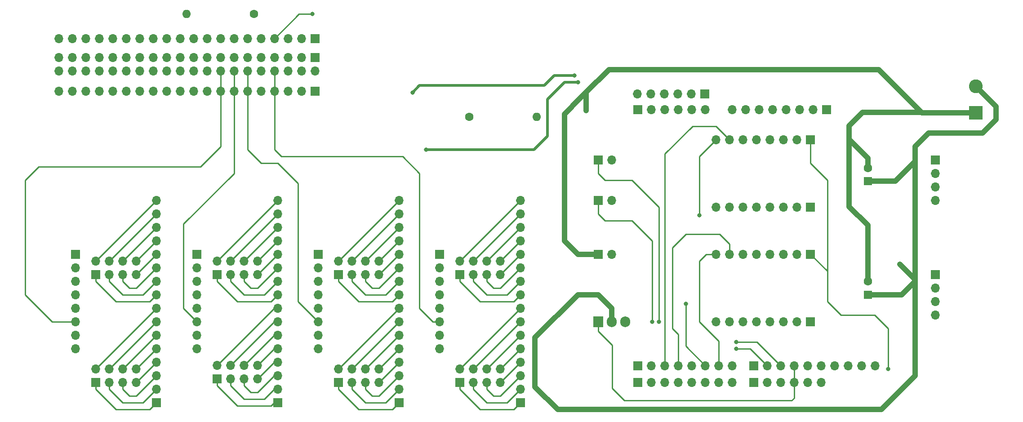
<source format=gbr>
%TF.GenerationSoftware,KiCad,Pcbnew,(6.0.10)*%
%TF.CreationDate,2025-04-13T20:47:06+02:00*%
%TF.ProjectId,pcb_shield,7063625f-7368-4696-956c-642e6b696361,1.0*%
%TF.SameCoordinates,Original*%
%TF.FileFunction,Copper,L2,Bot*%
%TF.FilePolarity,Positive*%
%FSLAX46Y46*%
G04 Gerber Fmt 4.6, Leading zero omitted, Abs format (unit mm)*
G04 Created by KiCad (PCBNEW (6.0.10)) date 2025-04-13 20:47:06*
%MOMM*%
%LPD*%
G01*
G04 APERTURE LIST*
%TA.AperFunction,ComponentPad*%
%ADD10C,1.600000*%
%TD*%
%TA.AperFunction,ComponentPad*%
%ADD11O,1.600000X1.600000*%
%TD*%
%TA.AperFunction,ComponentPad*%
%ADD12R,1.700000X1.700000*%
%TD*%
%TA.AperFunction,ComponentPad*%
%ADD13O,1.700000X1.700000*%
%TD*%
%TA.AperFunction,ComponentPad*%
%ADD14R,2.600000X2.600000*%
%TD*%
%TA.AperFunction,ComponentPad*%
%ADD15C,2.600000*%
%TD*%
%TA.AperFunction,ComponentPad*%
%ADD16R,1.600000X1.600000*%
%TD*%
%TA.AperFunction,ComponentPad*%
%ADD17R,1.905000X2.000000*%
%TD*%
%TA.AperFunction,ComponentPad*%
%ADD18O,1.905000X2.000000*%
%TD*%
%TA.AperFunction,ViaPad*%
%ADD19C,0.800000*%
%TD*%
%TA.AperFunction,Conductor*%
%ADD20C,0.250000*%
%TD*%
%TA.AperFunction,Conductor*%
%ADD21C,0.500000*%
%TD*%
%TA.AperFunction,Conductor*%
%ADD22C,1.000000*%
%TD*%
G04 APERTURE END LIST*
D10*
%TO.P,R2,1*%
%TO.N,/18 RXD*%
X148428000Y-71893000D03*
D11*
%TO.P,R2,2*%
X161128000Y-71893000D03*
%TD*%
D10*
%TO.P,R1,1*%
%TO.N,/18 RXD*%
X107858000Y-52553000D03*
D11*
%TO.P,R1,2*%
%TO.N,Net-(A1-Pad27)*%
X95158000Y-52553000D03*
%TD*%
D12*
%TO.P,A2.3,1,Pin_1*%
%TO.N,unconnected-(A2.3-Pad1)*%
X215748000Y-70523000D03*
D13*
%TO.P,A2.3,2,Pin_2*%
%TO.N,unconnected-(A2.3-Pad2)*%
X213208000Y-70523000D03*
%TO.P,A2.3,3,Pin_3*%
%TO.N,unconnected-(A2.3-Pad3)*%
X210668000Y-70523000D03*
%TO.P,A2.3,4,Pin_4*%
%TO.N,unconnected-(A2.3-Pad4)*%
X208128000Y-70523000D03*
%TO.P,A2.3,5,Pin_5*%
%TO.N,5V*%
X205588000Y-70523000D03*
%TO.P,A2.3,6,Pin_6*%
%TO.N,GND*%
X203048000Y-70523000D03*
%TO.P,A2.3,7,Pin_7*%
%TO.N,Net-(A2.3-Pad7)*%
X200508000Y-70523000D03*
%TO.P,A2.3,8,Pin_8*%
%TO.N,unconnected-(A2.3-Pad8)*%
X197968000Y-70523000D03*
%TD*%
D12*
%TO.P,A2.4,1,Pin_1*%
%TO.N,Net-(J19-Pad6)*%
X180188000Y-70513000D03*
D13*
%TO.P,A2.4,2,Pin_2*%
%TO.N,Net-(J19-Pad5)*%
X182728000Y-70513000D03*
%TO.P,A2.4,3,Pin_3*%
%TO.N,Net-(J19-Pad4)*%
X185268000Y-70513000D03*
%TO.P,A2.4,4,Pin_4*%
%TO.N,Net-(J19-Pad3)*%
X187808000Y-70513000D03*
%TO.P,A2.4,5,Pin_5*%
%TO.N,Net-(J19-Pad2)*%
X190348000Y-70513000D03*
%TO.P,A2.4,6,Pin_6*%
%TO.N,Net-(J19-Pad1)*%
X192888000Y-70513000D03*
%TD*%
D12*
%TO.P,A2.2,1,Pin_1*%
%TO.N,Net-(A3.2-Pad1)*%
X202028000Y-118783000D03*
D13*
%TO.P,A2.2,2,Pin_2*%
%TO.N,Net-(J12-Pad1)*%
X204568000Y-118783000D03*
%TO.P,A2.2,3,Pin_3*%
%TO.N,Net-(J13-Pad1)*%
X207108000Y-118783000D03*
%TO.P,A2.2,4,Pin_4*%
%TO.N,Net-(J18-Pad4)*%
X209648000Y-118783000D03*
%TO.P,A2.2,5,Pin_5*%
%TO.N,Net-(J18-Pad5)*%
X212188000Y-118783000D03*
%TO.P,A2.2,6,Pin_6*%
%TO.N,Net-(J18-Pad6)*%
X214728000Y-118783000D03*
%TO.P,A2.2,7,Pin_7*%
%TO.N,unconnected-(A2.2-Pad7)*%
X217268000Y-118783000D03*
%TO.P,A2.2,8,Pin_8*%
%TO.N,unconnected-(A2.2-Pad8)*%
X219808000Y-118783000D03*
%TO.P,A2.2,9,Pin_9*%
%TO.N,unconnected-(A2.2-Pad9)*%
X222348000Y-118783000D03*
%TO.P,A2.2,10,Pin_10*%
%TO.N,unconnected-(A2.2-Pad10)*%
X224888000Y-118783000D03*
%TD*%
D12*
%TO.P,A2.1,1,Pin_1*%
%TO.N,/14 TXD*%
X180188000Y-118783000D03*
D13*
%TO.P,A2.1,2,Pin_2*%
%TO.N,/18 RXD*%
X182728000Y-118783000D03*
%TO.P,A2.1,3,Pin_3*%
%TO.N,Net-(A3.2-Pad7)*%
X185268000Y-118783000D03*
%TO.P,A2.1,4,Pin_4*%
%TO.N,Net-(A4.2-Pad7)*%
X187808000Y-118783000D03*
%TO.P,A2.1,5,Pin_5*%
%TO.N,Net-(J17-Pad5)*%
X190348000Y-118783000D03*
%TO.P,A2.1,6,Pin_6*%
%TO.N,Net-(A3.2-Pad8)*%
X192888000Y-118783000D03*
%TO.P,A2.1,7,Pin_7*%
%TO.N,Net-(A4.2-Pad8)*%
X195428000Y-118783000D03*
%TO.P,A2.1,8,Pin_8*%
%TO.N,Net-(J17-Pad8)*%
X197968000Y-118783000D03*
%TD*%
D12*
%TO.P,A4.2,1,Pin_1*%
%TO.N,Net-(A3.2-Pad1)*%
X212728000Y-97783000D03*
D13*
%TO.P,A4.2,2,Pin_2*%
%TO.N,unconnected-(A4.2-Pad2)*%
X210188000Y-97783000D03*
%TO.P,A4.2,3,Pin_3*%
%TO.N,unconnected-(A4.2-Pad3)*%
X207648000Y-97783000D03*
%TO.P,A4.2,4,Pin_4*%
%TO.N,unconnected-(A4.2-Pad4)*%
X205108000Y-97783000D03*
%TO.P,A4.2,5,Pin_5*%
%TO.N,unconnected-(A4.2-Pad5)*%
X202568000Y-97783000D03*
%TO.P,A4.2,6,Pin_6*%
%TO.N,unconnected-(A4.2-Pad6)*%
X200028000Y-97783000D03*
%TO.P,A4.2,7,Pin_7*%
%TO.N,Net-(A4.2-Pad7)*%
X197488000Y-97783000D03*
%TO.P,A4.2,8,Pin_8*%
%TO.N,Net-(A4.2-Pad8)*%
X194948000Y-97783000D03*
%TD*%
D12*
%TO.P,A4.1,1,Pin_1*%
%TO.N,Net-(A3.1-Pad1)*%
X212718000Y-110483000D03*
D13*
%TO.P,A4.1,2,Pin_2*%
%TO.N,Net-(A3.1-Pad2)*%
X210178000Y-110483000D03*
%TO.P,A4.1,3,Pin_3*%
%TO.N,Net-(J11-Pad4)*%
X207638000Y-110483000D03*
%TO.P,A4.1,4,Pin_4*%
%TO.N,Net-(J11-Pad3)*%
X205098000Y-110483000D03*
%TO.P,A4.1,5,Pin_5*%
%TO.N,Net-(J11-Pad2)*%
X202558000Y-110483000D03*
%TO.P,A4.1,6,Pin_6*%
%TO.N,Net-(J11-Pad1)*%
X200018000Y-110483000D03*
%TO.P,A4.1,7,Pin_7*%
%TO.N,5V*%
X197478000Y-110483000D03*
%TO.P,A4.1,8,Pin_8*%
%TO.N,Net-(A2.3-Pad7)*%
X194938000Y-110483000D03*
%TD*%
%TO.P,A3.2,8,Pin_8*%
%TO.N,Net-(A3.2-Pad8)*%
X194948000Y-76193000D03*
%TO.P,A3.2,7,Pin_7*%
%TO.N,Net-(A3.2-Pad7)*%
X197488000Y-76193000D03*
%TO.P,A3.2,6,Pin_6*%
%TO.N,unconnected-(A3.2-Pad6)*%
X200028000Y-76193000D03*
%TO.P,A3.2,5,Pin_5*%
%TO.N,unconnected-(A3.2-Pad5)*%
X202568000Y-76193000D03*
%TO.P,A3.2,4,Pin_4*%
%TO.N,unconnected-(A3.2-Pad4)*%
X205108000Y-76193000D03*
%TO.P,A3.2,3,Pin_3*%
%TO.N,unconnected-(A3.2-Pad3)*%
X207648000Y-76193000D03*
%TO.P,A3.2,2,Pin_2*%
%TO.N,unconnected-(A3.2-Pad2)*%
X210188000Y-76193000D03*
D12*
%TO.P,A3.2,1,Pin_1*%
%TO.N,Net-(A3.2-Pad1)*%
X212728000Y-76193000D03*
%TD*%
D13*
%TO.P,A3.1,8,Pin_8*%
%TO.N,Net-(A2.3-Pad7)*%
X194948000Y-88893000D03*
%TO.P,A3.1,7,Pin_7*%
%TO.N,5V*%
X197488000Y-88893000D03*
%TO.P,A3.1,6,Pin_6*%
%TO.N,Net-(A3.1-Pad6)*%
X200028000Y-88893000D03*
%TO.P,A3.1,5,Pin_5*%
%TO.N,Net-(A3.1-Pad5)*%
X202568000Y-88893000D03*
%TO.P,A3.1,4,Pin_4*%
%TO.N,Net-(A3.1-Pad4)*%
X205108000Y-88893000D03*
%TO.P,A3.1,3,Pin_3*%
%TO.N,Net-(A3.1-Pad3)*%
X207648000Y-88893000D03*
%TO.P,A3.1,2,Pin_2*%
%TO.N,Net-(A3.1-Pad2)*%
X210188000Y-88893000D03*
D12*
%TO.P,A3.1,1,Pin_1*%
%TO.N,Net-(A3.1-Pad1)*%
X212728000Y-88893000D03*
%TD*%
%TO.P,U4.2,1,Pin_1*%
%TO.N,Net-(A1-Pad15)*%
X142878000Y-97793000D03*
D13*
%TO.P,U4.2,2,Pin_2*%
%TO.N,Net-(A1-Pad16)*%
X142878000Y-100333000D03*
%TO.P,U4.2,3,Pin_3*%
%TO.N,Net-(A1-Pad17)*%
X142878000Y-102873000D03*
%TO.P,U4.2,4,Pin_4*%
%TO.N,Net-(A1-Pad18)*%
X142878000Y-105413000D03*
%TO.P,U4.2,5,Pin_5*%
%TO.N,Net-(A1-Pad19)*%
X142878000Y-107953000D03*
%TO.P,U4.2,6,Pin_6*%
%TO.N,Net-(A1-Pad4)*%
X142878000Y-110493000D03*
%TO.P,U4.2,7,Pin_7*%
%TO.N,5V*%
X142878000Y-113033000D03*
%TO.P,U4.2,8,Pin_8*%
%TO.N,Net-(A1-Pad20)*%
X142878000Y-115573000D03*
%TD*%
D12*
%TO.P,U4.1,1,Pin_1*%
%TO.N,Net-(J7-Pad1)*%
X158118000Y-125723000D03*
D13*
%TO.P,U4.1,2,Pin_2*%
%TO.N,Net-(J7-Pad3)*%
X158118000Y-123183000D03*
%TO.P,U4.1,3,Pin_3*%
%TO.N,Net-(J7-Pad5)*%
X158118000Y-120643000D03*
%TO.P,U4.1,4,Pin_4*%
%TO.N,Net-(J7-Pad7)*%
X158118000Y-118103000D03*
%TO.P,U4.1,5,Pin_5*%
%TO.N,Net-(J7-Pad8)*%
X158118000Y-115563000D03*
%TO.P,U4.1,6,Pin_6*%
%TO.N,Net-(J7-Pad6)*%
X158118000Y-113023000D03*
%TO.P,U4.1,7,Pin_7*%
%TO.N,Net-(J7-Pad4)*%
X158118000Y-110483000D03*
%TO.P,U4.1,8,Pin_8*%
%TO.N,Net-(J7-Pad2)*%
X158118000Y-107943000D03*
%TO.P,U4.1,9,Pin_9*%
%TO.N,Net-(J8-Pad1)*%
X158118000Y-105403000D03*
%TO.P,U4.1,10,Pin_10*%
%TO.N,Net-(J8-Pad3)*%
X158118000Y-102863000D03*
%TO.P,U4.1,11,Pin_11*%
%TO.N,Net-(J8-Pad5)*%
X158118000Y-100323000D03*
%TO.P,U4.1,12,Pin_12*%
%TO.N,Net-(J8-Pad7)*%
X158118000Y-97783000D03*
%TO.P,U4.1,13,Pin_13*%
%TO.N,Net-(J8-Pad8)*%
X158118000Y-95243000D03*
%TO.P,U4.1,14,Pin_14*%
%TO.N,Net-(J8-Pad6)*%
X158118000Y-92703000D03*
%TO.P,U4.1,15,Pin_15*%
%TO.N,Net-(J8-Pad4)*%
X158118000Y-90163000D03*
%TO.P,U4.1,16,Pin_16*%
%TO.N,Net-(J8-Pad2)*%
X158118000Y-87623000D03*
%TD*%
D12*
%TO.P,U3.2,1,Pin_1*%
%TO.N,Net-(A1-Pad15)*%
X120028000Y-97793000D03*
D13*
%TO.P,U3.2,2,Pin_2*%
%TO.N,Net-(A1-Pad16)*%
X120028000Y-100333000D03*
%TO.P,U3.2,3,Pin_3*%
%TO.N,Net-(A1-Pad17)*%
X120028000Y-102873000D03*
%TO.P,U3.2,4,Pin_4*%
%TO.N,Net-(A1-Pad18)*%
X120028000Y-105413000D03*
%TO.P,U3.2,5,Pin_5*%
%TO.N,Net-(A1-Pad19)*%
X120028000Y-107953000D03*
%TO.P,U3.2,6,Pin_6*%
%TO.N,Net-(A1-Pad6)*%
X120028000Y-110493000D03*
%TO.P,U3.2,7,Pin_7*%
%TO.N,5V*%
X120028000Y-113033000D03*
%TO.P,U3.2,8,Pin_8*%
%TO.N,Net-(A1-Pad20)*%
X120028000Y-115573000D03*
%TD*%
D12*
%TO.P,U3.1,1,Pin_1*%
%TO.N,Net-(J5-Pad1)*%
X135268000Y-125733000D03*
D13*
%TO.P,U3.1,2,Pin_2*%
%TO.N,Net-(J5-Pad3)*%
X135268000Y-123193000D03*
%TO.P,U3.1,3,Pin_3*%
%TO.N,Net-(J5-Pad5)*%
X135268000Y-120653000D03*
%TO.P,U3.1,4,Pin_4*%
%TO.N,Net-(J5-Pad7)*%
X135268000Y-118113000D03*
%TO.P,U3.1,5,Pin_5*%
%TO.N,Net-(J5-Pad8)*%
X135268000Y-115573000D03*
%TO.P,U3.1,6,Pin_6*%
%TO.N,Net-(J5-Pad6)*%
X135268000Y-113033000D03*
%TO.P,U3.1,7,Pin_7*%
%TO.N,Net-(J5-Pad4)*%
X135268000Y-110493000D03*
%TO.P,U3.1,8,Pin_8*%
%TO.N,Net-(J5-Pad2)*%
X135268000Y-107953000D03*
%TO.P,U3.1,9,Pin_9*%
%TO.N,Net-(J6-Pad1)*%
X135268000Y-105413000D03*
%TO.P,U3.1,10,Pin_10*%
%TO.N,Net-(J6-Pad3)*%
X135268000Y-102873000D03*
%TO.P,U3.1,11,Pin_11*%
%TO.N,Net-(J6-Pad5)*%
X135268000Y-100333000D03*
%TO.P,U3.1,12,Pin_12*%
%TO.N,Net-(J6-Pad7)*%
X135268000Y-97793000D03*
%TO.P,U3.1,13,Pin_13*%
%TO.N,Net-(J6-Pad8)*%
X135268000Y-95253000D03*
%TO.P,U3.1,14,Pin_14*%
%TO.N,Net-(J6-Pad6)*%
X135268000Y-92713000D03*
%TO.P,U3.1,15,Pin_15*%
%TO.N,Net-(J6-Pad4)*%
X135268000Y-90173000D03*
%TO.P,U3.1,16,Pin_16*%
%TO.N,Net-(J6-Pad2)*%
X135268000Y-87633000D03*
%TD*%
%TO.P,U2.2,8,Pin_8*%
%TO.N,Net-(A1-Pad20)*%
X97158000Y-115573000D03*
%TO.P,U2.2,7,Pin_7*%
%TO.N,5V*%
X97158000Y-113033000D03*
%TO.P,U2.2,6,Pin_6*%
%TO.N,Net-(A1-Pad7)*%
X97158000Y-110493000D03*
%TO.P,U2.2,5,Pin_5*%
%TO.N,Net-(A1-Pad19)*%
X97158000Y-107953000D03*
%TO.P,U2.2,4,Pin_4*%
%TO.N,Net-(A1-Pad18)*%
X97158000Y-105413000D03*
%TO.P,U2.2,3,Pin_3*%
%TO.N,Net-(A1-Pad17)*%
X97158000Y-102873000D03*
%TO.P,U2.2,2,Pin_2*%
%TO.N,Net-(A1-Pad16)*%
X97158000Y-100333000D03*
D12*
%TO.P,U2.2,1,Pin_1*%
%TO.N,Net-(A1-Pad15)*%
X97158000Y-97793000D03*
%TD*%
%TO.P,U2.1,1,Pin_1*%
%TO.N,Net-(J3-Pad1)*%
X112398000Y-125733000D03*
D13*
%TO.P,U2.1,2,Pin_2*%
%TO.N,Net-(J3-Pad3)*%
X112398000Y-123193000D03*
%TO.P,U2.1,3,Pin_3*%
%TO.N,Net-(J3-Pad5)*%
X112398000Y-120653000D03*
%TO.P,U2.1,4,Pin_4*%
%TO.N,Net-(J3-Pad7)*%
X112398000Y-118113000D03*
%TO.P,U2.1,5,Pin_5*%
%TO.N,Net-(J3-Pad8)*%
X112398000Y-115573000D03*
%TO.P,U2.1,6,Pin_6*%
%TO.N,Net-(J3-Pad6)*%
X112398000Y-113033000D03*
%TO.P,U2.1,7,Pin_7*%
%TO.N,Net-(J3-Pad4)*%
X112398000Y-110493000D03*
%TO.P,U2.1,8,Pin_8*%
%TO.N,Net-(J3-Pad2)*%
X112398000Y-107953000D03*
%TO.P,U2.1,9,Pin_9*%
%TO.N,Net-(J4-Pad1)*%
X112398000Y-105413000D03*
%TO.P,U2.1,10,Pin_10*%
%TO.N,Net-(J4-Pad3)*%
X112398000Y-102873000D03*
%TO.P,U2.1,11,Pin_11*%
%TO.N,Net-(J4-Pad5)*%
X112398000Y-100333000D03*
%TO.P,U2.1,12,Pin_12*%
%TO.N,Net-(J4-Pad7)*%
X112398000Y-97793000D03*
%TO.P,U2.1,13,Pin_13*%
%TO.N,Net-(J4-Pad8)*%
X112398000Y-95253000D03*
%TO.P,U2.1,14,Pin_14*%
%TO.N,Net-(J4-Pad6)*%
X112398000Y-92713000D03*
%TO.P,U2.1,15,Pin_15*%
%TO.N,Net-(J4-Pad4)*%
X112398000Y-90173000D03*
%TO.P,U2.1,16,Pin_16*%
%TO.N,Net-(J4-Pad2)*%
X112398000Y-87633000D03*
%TD*%
D12*
%TO.P,U1.2,1,Pin_1*%
%TO.N,Net-(A1-Pad15)*%
X74298000Y-97793000D03*
D13*
%TO.P,U1.2,2,Pin_2*%
%TO.N,Net-(A1-Pad16)*%
X74298000Y-100333000D03*
%TO.P,U1.2,3,Pin_3*%
%TO.N,Net-(A1-Pad17)*%
X74298000Y-102873000D03*
%TO.P,U1.2,4,Pin_4*%
%TO.N,Net-(A1-Pad18)*%
X74298000Y-105413000D03*
%TO.P,U1.2,5,Pin_5*%
%TO.N,Net-(A1-Pad19)*%
X74298000Y-107953000D03*
%TO.P,U1.2,6,Pin_6*%
%TO.N,Net-(U1.2-Pad6)*%
X74298000Y-110493000D03*
%TO.P,U1.2,7,Pin_7*%
%TO.N,5V*%
X74298000Y-113033000D03*
%TO.P,U1.2,8,Pin_8*%
%TO.N,Net-(A1-Pad20)*%
X74298000Y-115573000D03*
%TD*%
D12*
%TO.P,U1.1,1,Pin_1*%
%TO.N,Net-(J1-Pad1)*%
X89538000Y-125733000D03*
D13*
%TO.P,U1.1,2,Pin_2*%
%TO.N,Net-(J1-Pad3)*%
X89538000Y-123193000D03*
%TO.P,U1.1,3,Pin_3*%
%TO.N,Net-(J1-Pad5)*%
X89538000Y-120653000D03*
%TO.P,U1.1,4,Pin_4*%
%TO.N,Net-(J1-Pad7)*%
X89538000Y-118113000D03*
%TO.P,U1.1,5,Pin_5*%
%TO.N,Net-(J1-Pad8)*%
X89538000Y-115573000D03*
%TO.P,U1.1,6,Pin_6*%
%TO.N,Net-(J1-Pad6)*%
X89538000Y-113033000D03*
%TO.P,U1.1,7,Pin_7*%
%TO.N,Net-(J1-Pad4)*%
X89538000Y-110493000D03*
%TO.P,U1.1,8,Pin_8*%
%TO.N,Net-(J1-Pad2)*%
X89538000Y-107953000D03*
%TO.P,U1.1,9,Pin_9*%
%TO.N,Net-(J2-Pad1)*%
X89538000Y-105413000D03*
%TO.P,U1.1,10,Pin_10*%
%TO.N,Net-(J2-Pad3)*%
X89538000Y-102873000D03*
%TO.P,U1.1,11,Pin_11*%
%TO.N,Net-(J2-Pad5)*%
X89538000Y-100333000D03*
%TO.P,U1.1,12,Pin_12*%
%TO.N,Net-(J2-Pad7)*%
X89538000Y-97793000D03*
%TO.P,U1.1,13,Pin_13*%
%TO.N,Net-(J2-Pad8)*%
X89538000Y-95253000D03*
%TO.P,U1.1,14,Pin_14*%
%TO.N,Net-(J2-Pad6)*%
X89538000Y-92713000D03*
%TO.P,U1.1,15,Pin_15*%
%TO.N,Net-(J2-Pad4)*%
X89538000Y-90173000D03*
%TO.P,U1.1,16,Pin_16*%
%TO.N,Net-(J2-Pad2)*%
X89538000Y-87633000D03*
%TD*%
D14*
%TO.P,J14,1*%
%TO.N,Net-(A3.1-Pad2)*%
X243840000Y-71120000D03*
D15*
%TO.P,J14,2*%
%TO.N,Net-(A3.1-Pad1)*%
X243840000Y-66120000D03*
%TD*%
D12*
%TO.P,J4,1,Pin_1*%
%TO.N,Net-(J4-Pad1)*%
X100975000Y-101600000D03*
D13*
%TO.P,J4,2,Pin_2*%
%TO.N,Net-(J4-Pad2)*%
X100975000Y-99060000D03*
%TO.P,J4,3,Pin_3*%
%TO.N,Net-(J4-Pad3)*%
X103515000Y-101600000D03*
%TO.P,J4,4,Pin_4*%
%TO.N,Net-(J4-Pad4)*%
X103515000Y-99060000D03*
%TO.P,J4,5,Pin_5*%
%TO.N,Net-(J4-Pad5)*%
X106055000Y-101600000D03*
%TO.P,J4,6,Pin_6*%
%TO.N,Net-(J4-Pad6)*%
X106055000Y-99060000D03*
%TO.P,J4,7,Pin_7*%
%TO.N,Net-(J4-Pad7)*%
X108595000Y-101600000D03*
%TO.P,J4,8,Pin_8*%
%TO.N,Net-(J4-Pad8)*%
X108595000Y-99060000D03*
%TD*%
D12*
%TO.P,J12,1,Pin_1*%
%TO.N,Net-(J12-Pad1)*%
X172720000Y-87630000D03*
D13*
%TO.P,J12,2,Pin_2*%
%TO.N,Net-(A2.3-Pad7)*%
X175260000Y-87630000D03*
%TD*%
%TO.P,J15,20,Pin_20*%
%TO.N,Net-(A1-Pad20)*%
X71120000Y-67081000D03*
%TO.P,J15,19,Pin_19*%
%TO.N,Net-(A1-Pad19)*%
X73660000Y-67081000D03*
%TO.P,J15,18,Pin_18*%
%TO.N,Net-(A1-Pad18)*%
X76200000Y-67081000D03*
%TO.P,J15,17,Pin_17*%
%TO.N,Net-(A1-Pad17)*%
X78740000Y-67081000D03*
%TO.P,J15,16,Pin_16*%
%TO.N,Net-(A1-Pad16)*%
X81280000Y-67081000D03*
%TO.P,J15,15,Pin_15*%
%TO.N,Net-(A1-Pad15)*%
X83820000Y-67081000D03*
%TO.P,J15,14,Pin_14*%
%TO.N,Net-(A1-Pad14)*%
X86360000Y-67081000D03*
%TO.P,J15,13,Pin_13*%
%TO.N,GND*%
X88900000Y-67081000D03*
%TO.P,J15,12,Pin_12*%
%TO.N,11 SCLK*%
X91440000Y-67081000D03*
%TO.P,J15,11,Pin_11*%
%TO.N,9 MISO*%
X93980000Y-67081000D03*
%TO.P,J15,10,Pin_10*%
%TO.N,10 MOSI*%
X96520000Y-67081000D03*
%TO.P,J15,9,Pin_9*%
%TO.N,3V3*%
X99060000Y-67081000D03*
%TO.P,J15,8,Pin_8*%
%TO.N,Net-(U1.2-Pad6)*%
X101600000Y-67081000D03*
%TO.P,J15,7,Pin_7*%
%TO.N,Net-(A1-Pad7)*%
X104140000Y-67081000D03*
%TO.P,J15,6,Pin_6*%
%TO.N,Net-(A1-Pad6)*%
X106680000Y-67081000D03*
%TO.P,J15,5,Pin_5*%
%TO.N,GND*%
X109220000Y-67081000D03*
%TO.P,J15,4,Pin_4*%
%TO.N,Net-(A1-Pad4)*%
X111760000Y-67081000D03*
%TO.P,J15,3,Pin_3*%
%TO.N,SCL*%
X114300000Y-67081000D03*
%TO.P,J15,2,Pin_2*%
%TO.N,SDA*%
X116840000Y-67081000D03*
D12*
%TO.P,J15,1,Pin_1*%
%TO.N,3V3*%
X119380000Y-67081000D03*
%TD*%
%TO.P,J2,1,Pin_1*%
%TO.N,Net-(J2-Pad1)*%
X78115000Y-101605000D03*
D13*
%TO.P,J2,2,Pin_2*%
%TO.N,Net-(J2-Pad2)*%
X78115000Y-99065000D03*
%TO.P,J2,3,Pin_3*%
%TO.N,Net-(J2-Pad3)*%
X80655000Y-101605000D03*
%TO.P,J2,4,Pin_4*%
%TO.N,Net-(J2-Pad4)*%
X80655000Y-99065000D03*
%TO.P,J2,5,Pin_5*%
%TO.N,Net-(J2-Pad5)*%
X83195000Y-101605000D03*
%TO.P,J2,6,Pin_6*%
%TO.N,Net-(J2-Pad6)*%
X83195000Y-99065000D03*
%TO.P,J2,7,Pin_7*%
%TO.N,Net-(J2-Pad7)*%
X85735000Y-101605000D03*
%TO.P,J2,8,Pin_8*%
%TO.N,Net-(J2-Pad8)*%
X85735000Y-99065000D03*
%TD*%
D12*
%TO.P,J19,1,Pin_1*%
%TO.N,Net-(J19-Pad1)*%
X192840000Y-67564000D03*
D13*
%TO.P,J19,2,Pin_2*%
%TO.N,Net-(J19-Pad2)*%
X190300000Y-67564000D03*
%TO.P,J19,3,Pin_3*%
%TO.N,Net-(J19-Pad3)*%
X187760000Y-67564000D03*
%TO.P,J19,4,Pin_4*%
%TO.N,Net-(J19-Pad4)*%
X185220000Y-67564000D03*
%TO.P,J19,5,Pin_5*%
%TO.N,Net-(J19-Pad5)*%
X182680000Y-67564000D03*
%TO.P,J19,6,Pin_6*%
%TO.N,Net-(J19-Pad6)*%
X180140000Y-67564000D03*
%TD*%
D16*
%TO.P,C1,1*%
%TO.N,Net-(A3.1-Pad1)*%
X223520000Y-84020000D03*
D10*
%TO.P,C1,2*%
%TO.N,Net-(A3.1-Pad2)*%
X223520000Y-81520000D03*
%TD*%
D12*
%TO.P,J6,1,Pin_1*%
%TO.N,Net-(J6-Pad1)*%
X123825000Y-101630000D03*
D13*
%TO.P,J6,2,Pin_2*%
%TO.N,Net-(J6-Pad2)*%
X123825000Y-99090000D03*
%TO.P,J6,3,Pin_3*%
%TO.N,Net-(J6-Pad3)*%
X126365000Y-101630000D03*
%TO.P,J6,4,Pin_4*%
%TO.N,Net-(J6-Pad4)*%
X126365000Y-99090000D03*
%TO.P,J6,5,Pin_5*%
%TO.N,Net-(J6-Pad5)*%
X128905000Y-101630000D03*
%TO.P,J6,6,Pin_6*%
%TO.N,Net-(J6-Pad6)*%
X128905000Y-99090000D03*
%TO.P,J6,7,Pin_7*%
%TO.N,Net-(J6-Pad7)*%
X131445000Y-101630000D03*
%TO.P,J6,8,Pin_8*%
%TO.N,Net-(J6-Pad8)*%
X131445000Y-99090000D03*
%TD*%
D12*
%TO.P,J13,1,Pin_1*%
%TO.N,Net-(J13-Pad1)*%
X172720000Y-80010000D03*
D13*
%TO.P,J13,2,Pin_2*%
%TO.N,Net-(A2.3-Pad7)*%
X175260000Y-80010000D03*
%TD*%
D12*
%TO.P,J3,1,Pin_1*%
%TO.N,Net-(J3-Pad1)*%
X100975000Y-121290000D03*
D13*
%TO.P,J3,2,Pin_2*%
%TO.N,Net-(J3-Pad2)*%
X100975000Y-118750000D03*
%TO.P,J3,3,Pin_3*%
%TO.N,Net-(J3-Pad3)*%
X103515000Y-121290000D03*
%TO.P,J3,4,Pin_4*%
%TO.N,Net-(J3-Pad4)*%
X103515000Y-118750000D03*
%TO.P,J3,5,Pin_5*%
%TO.N,Net-(J3-Pad5)*%
X106055000Y-121290000D03*
%TO.P,J3,6,Pin_6*%
%TO.N,Net-(J3-Pad6)*%
X106055000Y-118750000D03*
%TO.P,J3,7,Pin_7*%
%TO.N,Net-(J3-Pad7)*%
X108595000Y-121290000D03*
%TO.P,J3,8,Pin_8*%
%TO.N,Net-(J3-Pad8)*%
X108595000Y-118750000D03*
%TD*%
D12*
%TO.P,J9,1,Pin_1*%
%TO.N,Net-(A3.1-Pad2)*%
X172720000Y-97790000D03*
D13*
%TO.P,J9,2,Pin_2*%
%TO.N,Net-(J9-Pad2)*%
X175260000Y-97790000D03*
%TD*%
D12*
%TO.P,J18,1,Pin_1*%
%TO.N,Net-(A3.2-Pad1)*%
X202030000Y-121920000D03*
D13*
%TO.P,J18,2,Pin_2*%
%TO.N,Net-(J12-Pad1)*%
X204570000Y-121920000D03*
%TO.P,J18,3,Pin_3*%
%TO.N,Net-(J13-Pad1)*%
X207110000Y-121920000D03*
%TO.P,J18,4,Pin_4*%
%TO.N,Net-(J18-Pad4)*%
X209650000Y-121920000D03*
%TO.P,J18,5,Pin_5*%
%TO.N,Net-(J18-Pad5)*%
X212190000Y-121920000D03*
%TO.P,J18,6,Pin_6*%
%TO.N,Net-(J18-Pad6)*%
X214730000Y-121920000D03*
%TD*%
D12*
%TO.P,J16,1,Pin_1*%
%TO.N,5V*%
X119380000Y-57150000D03*
D13*
%TO.P,J16,2,Pin_2*%
X116840000Y-57150000D03*
%TO.P,J16,3,Pin_3*%
%TO.N,GND*%
X114300000Y-57150000D03*
%TO.P,J16,4,Pin_4*%
%TO.N,/14 TXD*%
X111760000Y-57150000D03*
%TO.P,J16,5,Pin_5*%
%TO.N,/18 RXD*%
X109220000Y-57150000D03*
%TO.P,J16,6,Pin_6*%
%TO.N,Net-(A1-Pad26)*%
X106680000Y-57150000D03*
%TO.P,J16,7,Pin_7*%
%TO.N,Net-(A1-Pad27)*%
X104140000Y-57150000D03*
%TO.P,J16,8,Pin_8*%
%TO.N,23*%
X101600000Y-57150000D03*
%TO.P,J16,9,Pin_9*%
%TO.N,24*%
X99060000Y-57150000D03*
%TO.P,J16,10,Pin_10*%
%TO.N,GND*%
X96520000Y-57150000D03*
%TO.P,J16,11,Pin_11*%
%TO.N,25*%
X93980000Y-57150000D03*
%TO.P,J16,12,Pin_12*%
%TO.N,8*%
X91440000Y-57150000D03*
%TO.P,J16,13,Pin_13*%
%TO.N,7*%
X88900000Y-57150000D03*
%TO.P,J16,14,Pin_14*%
%TO.N,Net-(A1-Pad34)*%
X86360000Y-57150000D03*
%TO.P,J16,15,Pin_15*%
%TO.N,GND*%
X83820000Y-57150000D03*
%TO.P,J16,16,Pin_16*%
%TO.N,12*%
X81280000Y-57150000D03*
%TO.P,J16,17,Pin_17*%
%TO.N,GND*%
X78740000Y-57150000D03*
%TO.P,J16,18,Pin_18*%
%TO.N,16*%
X76200000Y-57150000D03*
%TO.P,J16,19,Pin_19*%
%TO.N,20*%
X73660000Y-57150000D03*
%TO.P,J16,20,Pin_20*%
%TO.N,21*%
X71120000Y-57150000D03*
%TD*%
D17*
%TO.P,Q1,1,B*%
%TO.N,Net-(J18-Pad4)*%
X172720000Y-110490000D03*
D18*
%TO.P,Q1,2,C*%
%TO.N,Net-(A3.1-Pad1)*%
X175260000Y-110490000D03*
%TO.P,Q1,3,E*%
%TO.N,Net-(J9-Pad2)*%
X177800000Y-110490000D03*
%TD*%
D12*
%TO.P,J8,1,Pin_1*%
%TO.N,Net-(J8-Pad1)*%
X146685000Y-101600000D03*
D13*
%TO.P,J8,2,Pin_2*%
%TO.N,Net-(J8-Pad2)*%
X146685000Y-99060000D03*
%TO.P,J8,3,Pin_3*%
%TO.N,Net-(J8-Pad3)*%
X149225000Y-101600000D03*
%TO.P,J8,4,Pin_4*%
%TO.N,Net-(J8-Pad4)*%
X149225000Y-99060000D03*
%TO.P,J8,5,Pin_5*%
%TO.N,Net-(J8-Pad5)*%
X151765000Y-101600000D03*
%TO.P,J8,6,Pin_6*%
%TO.N,Net-(J8-Pad6)*%
X151765000Y-99060000D03*
%TO.P,J8,7,Pin_7*%
%TO.N,Net-(J8-Pad7)*%
X154305000Y-101600000D03*
%TO.P,J8,8,Pin_8*%
%TO.N,Net-(J8-Pad8)*%
X154305000Y-99060000D03*
%TD*%
D16*
%TO.P,C2,1*%
%TO.N,Net-(A3.1-Pad1)*%
X223520000Y-105410000D03*
D10*
%TO.P,C2,2*%
%TO.N,Net-(A3.1-Pad2)*%
X223520000Y-102910000D03*
%TD*%
D12*
%TO.P,J10,1,Pin_1*%
%TO.N,Net-(A3.1-Pad6)*%
X236220000Y-80030000D03*
D13*
%TO.P,J10,2,Pin_2*%
%TO.N,Net-(A3.1-Pad5)*%
X236220000Y-82570000D03*
%TO.P,J10,3,Pin_3*%
%TO.N,Net-(A3.1-Pad4)*%
X236220000Y-85110000D03*
%TO.P,J10,4,Pin_4*%
%TO.N,Net-(A3.1-Pad3)*%
X236220000Y-87650000D03*
%TD*%
D12*
%TO.P,J5,1,Pin_1*%
%TO.N,Net-(J5-Pad1)*%
X123835000Y-121920000D03*
D13*
%TO.P,J5,2,Pin_2*%
%TO.N,Net-(J5-Pad2)*%
X123835000Y-119380000D03*
%TO.P,J5,3,Pin_3*%
%TO.N,Net-(J5-Pad3)*%
X126375000Y-121920000D03*
%TO.P,J5,4,Pin_4*%
%TO.N,Net-(J5-Pad4)*%
X126375000Y-119380000D03*
%TO.P,J5,5,Pin_5*%
%TO.N,Net-(J5-Pad5)*%
X128915000Y-121920000D03*
%TO.P,J5,6,Pin_6*%
%TO.N,Net-(J5-Pad6)*%
X128915000Y-119380000D03*
%TO.P,J5,7,Pin_7*%
%TO.N,Net-(J5-Pad7)*%
X131455000Y-121920000D03*
%TO.P,J5,8,Pin_8*%
%TO.N,Net-(J5-Pad8)*%
X131455000Y-119380000D03*
%TD*%
D12*
%TO.P,J1,1,Pin_1*%
%TO.N,Net-(J1-Pad1)*%
X78115000Y-121925000D03*
D13*
%TO.P,J1,2,Pin_2*%
%TO.N,Net-(J1-Pad2)*%
X78115000Y-119385000D03*
%TO.P,J1,3,Pin_3*%
%TO.N,Net-(J1-Pad3)*%
X80655000Y-121925000D03*
%TO.P,J1,4,Pin_4*%
%TO.N,Net-(J1-Pad4)*%
X80655000Y-119385000D03*
%TO.P,J1,5,Pin_5*%
%TO.N,Net-(J1-Pad5)*%
X83195000Y-121925000D03*
%TO.P,J1,6,Pin_6*%
%TO.N,Net-(J1-Pad6)*%
X83195000Y-119385000D03*
%TO.P,J1,7,Pin_7*%
%TO.N,Net-(J1-Pad7)*%
X85735000Y-121925000D03*
%TO.P,J1,8,Pin_8*%
%TO.N,Net-(J1-Pad8)*%
X85735000Y-119385000D03*
%TD*%
D12*
%TO.P,J7,1,Pin_1*%
%TO.N,Net-(J7-Pad1)*%
X146685000Y-121920000D03*
D13*
%TO.P,J7,2,Pin_2*%
%TO.N,Net-(J7-Pad2)*%
X146685000Y-119380000D03*
%TO.P,J7,3,Pin_3*%
%TO.N,Net-(J7-Pad3)*%
X149225000Y-121920000D03*
%TO.P,J7,4,Pin_4*%
%TO.N,Net-(J7-Pad4)*%
X149225000Y-119380000D03*
%TO.P,J7,5,Pin_5*%
%TO.N,Net-(J7-Pad5)*%
X151765000Y-121920000D03*
%TO.P,J7,6,Pin_6*%
%TO.N,Net-(J7-Pad6)*%
X151765000Y-119380000D03*
%TO.P,J7,7,Pin_7*%
%TO.N,Net-(J7-Pad7)*%
X154305000Y-121920000D03*
%TO.P,J7,8,Pin_8*%
%TO.N,Net-(J7-Pad8)*%
X154305000Y-119380000D03*
%TD*%
D12*
%TO.P,J11,1,Pin_1*%
%TO.N,Net-(J11-Pad1)*%
X236220000Y-101600000D03*
D13*
%TO.P,J11,2,Pin_2*%
%TO.N,Net-(J11-Pad2)*%
X236220000Y-104140000D03*
%TO.P,J11,3,Pin_3*%
%TO.N,Net-(J11-Pad3)*%
X236220000Y-106680000D03*
%TO.P,J11,4,Pin_4*%
%TO.N,Net-(J11-Pad4)*%
X236220000Y-109220000D03*
%TD*%
D12*
%TO.P,J17,1,Pin_1*%
%TO.N,/14 TXD*%
X180190000Y-121920000D03*
D13*
%TO.P,J17,2,Pin_2*%
%TO.N,/18 RXD*%
X182730000Y-121920000D03*
%TO.P,J17,3,Pin_3*%
%TO.N,Net-(A3.2-Pad7)*%
X185270000Y-121920000D03*
%TO.P,J17,4,Pin_4*%
%TO.N,Net-(A4.2-Pad7)*%
X187810000Y-121920000D03*
%TO.P,J17,5,Pin_5*%
%TO.N,Net-(J17-Pad5)*%
X190350000Y-121920000D03*
%TO.P,J17,6,Pin_6*%
%TO.N,Net-(A3.2-Pad8)*%
X192890000Y-121920000D03*
%TO.P,J17,7,Pin_7*%
%TO.N,Net-(A4.2-Pad8)*%
X195430000Y-121920000D03*
%TO.P,J17,8,Pin_8*%
%TO.N,Net-(J17-Pad8)*%
X197970000Y-121920000D03*
%TD*%
%TO.P,A1,1,Pin_1*%
%TO.N,3V3*%
X119380000Y-63246000D03*
%TO.P,A1,2,Pin_2*%
%TO.N,SDA*%
X116840000Y-63246000D03*
%TO.P,A1,3,Pin_3*%
%TO.N,SCL*%
X114300000Y-63246000D03*
%TO.P,A1,4,Pin_4*%
%TO.N,Net-(A1-Pad4)*%
X111760000Y-63246000D03*
%TO.P,A1,5,Pin_5*%
%TO.N,GND*%
X109220000Y-63246000D03*
%TO.P,A1,6,Pin_6*%
%TO.N,Net-(A1-Pad6)*%
X106680000Y-63246000D03*
%TO.P,A1,7,Pin_7*%
%TO.N,Net-(A1-Pad7)*%
X104140000Y-63246000D03*
%TO.P,A1,8,Pin_8*%
%TO.N,Net-(U1.2-Pad6)*%
X101600000Y-63246000D03*
%TO.P,A1,9,Pin_9*%
%TO.N,3V3*%
X99060000Y-63246000D03*
%TO.P,A1,10,Pin_10*%
%TO.N,10 MOSI*%
X96520000Y-63246000D03*
%TO.P,A1,11,Pin_11*%
%TO.N,9 MISO*%
X93980000Y-63246000D03*
%TO.P,A1,12,Pin_12*%
%TO.N,11 SCLK*%
X91440000Y-63246000D03*
%TO.P,A1,13,Pin_13*%
%TO.N,GND*%
X88900000Y-63246000D03*
%TO.P,A1,14,Pin_14*%
%TO.N,Net-(A1-Pad14)*%
X86360000Y-63246000D03*
%TO.P,A1,15,Pin_15*%
%TO.N,Net-(A1-Pad15)*%
X83820000Y-63246000D03*
%TO.P,A1,16,Pin_16*%
%TO.N,Net-(A1-Pad16)*%
X81280000Y-63246000D03*
%TO.P,A1,17,Pin_17*%
%TO.N,Net-(A1-Pad17)*%
X78740000Y-63246000D03*
%TO.P,A1,18,Pin_18*%
%TO.N,Net-(A1-Pad18)*%
X76200000Y-63246000D03*
%TO.P,A1,19,Pin_19*%
%TO.N,Net-(A1-Pad19)*%
X73660000Y-63246000D03*
%TO.P,A1,20,Pin_20*%
%TO.N,Net-(A1-Pad20)*%
X71120000Y-63246000D03*
D12*
%TO.P,A1,21,Pin_21*%
%TO.N,5V*%
X119380000Y-60706000D03*
D13*
%TO.P,A1,22,Pin_22*%
X116840000Y-60706000D03*
%TO.P,A1,23,Pin_23*%
%TO.N,GND*%
X114300000Y-60706000D03*
%TO.P,A1,24,Pin_24*%
%TO.N,/14 TXD*%
X111760000Y-60706000D03*
%TO.P,A1,25,Pin_25*%
%TO.N,/18 RXD*%
X109220000Y-60706000D03*
%TO.P,A1,26,Pin_26*%
%TO.N,Net-(A1-Pad26)*%
X106680000Y-60706000D03*
%TO.P,A1,27,Pin_27*%
%TO.N,Net-(A1-Pad27)*%
X104140000Y-60706000D03*
%TO.P,A1,28,Pin_28*%
%TO.N,23*%
X101600000Y-60706000D03*
%TO.P,A1,29,Pin_29*%
%TO.N,24*%
X99060000Y-60706000D03*
%TO.P,A1,30,Pin_30*%
%TO.N,GND*%
X96520000Y-60706000D03*
%TO.P,A1,31,Pin_31*%
%TO.N,25*%
X93980000Y-60706000D03*
%TO.P,A1,32,Pin_32*%
%TO.N,8*%
X91440000Y-60706000D03*
%TO.P,A1,33,Pin_33*%
%TO.N,7*%
X88900000Y-60706000D03*
%TO.P,A1,34,Pin_34*%
%TO.N,Net-(A1-Pad34)*%
X86360000Y-60706000D03*
%TO.P,A1,35,Pin_35*%
%TO.N,GND*%
X83820000Y-60706000D03*
%TO.P,A1,36,Pin_36*%
%TO.N,12*%
X81280000Y-60706000D03*
%TO.P,A1,37,Pin_37*%
%TO.N,GND*%
X78740000Y-60706000D03*
%TO.P,A1,38,Pin_38*%
%TO.N,16*%
X76200000Y-60706000D03*
%TO.P,A1,39,Pin_39*%
%TO.N,20*%
X73660000Y-60706000D03*
%TO.P,A1,40,Pin_40*%
%TO.N,21*%
X71120000Y-60706000D03*
%TD*%
D19*
%TO.N,/14 TXD*%
X118928000Y-52558000D03*
%TO.N,GND*%
X140335000Y-78105000D03*
X168910000Y-65405000D03*
%TO.N,5V*%
X168275000Y-64135000D03*
X137795000Y-67310000D03*
%TO.N,Net-(A3.2-Pad8)*%
X191770000Y-90475000D03*
X189230000Y-107168000D03*
%TO.N,Net-(A3.1-Pad2)*%
X170500000Y-70720000D03*
%TO.N,Net-(A3.1-Pad1)*%
X229545000Y-99675000D03*
%TO.N,Net-(A3.2-Pad1)*%
X227330000Y-119380000D03*
%TO.N,Net-(J12-Pad1)*%
X198755000Y-115570000D03*
X182880000Y-110490000D03*
%TO.N,Net-(J13-Pad1)*%
X198755000Y-114300000D03*
X184150000Y-110490000D03*
%TD*%
D20*
%TO.N,/14 TXD*%
X118928000Y-52558000D02*
X116352000Y-52558000D01*
X116352000Y-52558000D02*
X111760000Y-57150000D01*
D21*
%TO.N,GND*%
X163195000Y-75565000D02*
X163195000Y-68580000D01*
X163195000Y-68580000D02*
X166370000Y-65405000D01*
X160655000Y-78105000D02*
X163195000Y-75565000D01*
X140335000Y-78105000D02*
X160655000Y-78105000D01*
X166370000Y-65405000D02*
X168910000Y-65405000D01*
%TO.N,5V*%
X137795000Y-67310000D02*
X139085000Y-66020000D01*
X139085000Y-66020000D02*
X162580000Y-66020000D01*
X164465000Y-64135000D02*
X168275000Y-64135000D01*
X162580000Y-66020000D02*
X164465000Y-64135000D01*
D20*
%TO.N,Net-(A1-Pad7)*%
X94615000Y-92075000D02*
X104140000Y-82550000D01*
X94615000Y-107950000D02*
X94615000Y-92075000D01*
X97155000Y-110490000D02*
X94615000Y-107950000D01*
X104140000Y-82550000D02*
X104140000Y-63246000D01*
%TO.N,Net-(A3.2-Pad8)*%
X191770000Y-90475000D02*
X191770000Y-79375000D01*
X191770000Y-79375000D02*
X194945000Y-76200000D01*
X189230000Y-115120000D02*
X192890000Y-118780000D01*
X189230000Y-107168000D02*
X189230000Y-115120000D01*
D22*
%TO.N,Net-(A3.1-Pad2)*%
X220020000Y-76180000D02*
X220020000Y-73640000D01*
X225552000Y-62992000D02*
X233680000Y-71120000D01*
X223520000Y-102910000D02*
X223520000Y-92340000D01*
X170487000Y-67257000D02*
X170500000Y-67270000D01*
X174752000Y-62992000D02*
X225552000Y-62992000D01*
X233680000Y-71120000D02*
X243840000Y-71120000D01*
X168910000Y-97790000D02*
X166370000Y-95250000D01*
X220020000Y-88840000D02*
X220020000Y-76180000D01*
X223520000Y-79680000D02*
X220020000Y-76180000D01*
X170500000Y-67270000D02*
X170500000Y-70720000D01*
X233660000Y-71100000D02*
X233680000Y-71120000D01*
X222560000Y-71100000D02*
X233660000Y-71100000D01*
X170487000Y-67257000D02*
X174752000Y-62992000D01*
X166370000Y-95250000D02*
X166370000Y-71374000D01*
X220020000Y-73640000D02*
X222560000Y-71100000D01*
X169287000Y-68457000D02*
X170487000Y-67257000D01*
X223520000Y-92340000D02*
X220020000Y-88840000D01*
X223520000Y-81520000D02*
X223520000Y-79680000D01*
X166370000Y-71374000D02*
X169287000Y-68457000D01*
X172720000Y-97790000D02*
X168910000Y-97790000D01*
%TO.N,Net-(A3.1-Pad1)*%
X171460000Y-105410000D02*
X172720000Y-105410000D01*
X223520000Y-105410000D02*
X229870000Y-105410000D01*
X232410000Y-77470000D02*
X234950000Y-74930000D01*
X168910000Y-105410000D02*
X160845000Y-113475000D01*
X234950000Y-74930000D02*
X245110000Y-74930000D01*
X226060000Y-127000000D02*
X232410000Y-120650000D01*
X223520000Y-84020000D02*
X228705000Y-84020000D01*
X232410000Y-120650000D02*
X232410000Y-102870000D01*
X232410000Y-80315000D02*
X232410000Y-77470000D01*
X175260000Y-107950000D02*
X175260000Y-110490000D01*
X160845000Y-113475000D02*
X160845000Y-122758000D01*
X171460000Y-105410000D02*
X168910000Y-105410000D01*
X232410000Y-102870000D02*
X232410000Y-80315000D01*
X160845000Y-122758000D02*
X165087000Y-127000000D01*
X228705000Y-84020000D02*
X232410000Y-80315000D01*
X247650000Y-72390000D02*
X247650000Y-69930000D01*
X172720000Y-105410000D02*
X175260000Y-107950000D01*
X247650000Y-69930000D02*
X243840000Y-66120000D01*
X165087000Y-127000000D02*
X226060000Y-127000000D01*
X232410000Y-102540000D02*
X229545000Y-99675000D01*
X229870000Y-105410000D02*
X232410000Y-102870000D01*
X245110000Y-74930000D02*
X247650000Y-72390000D01*
X232410000Y-102870000D02*
X232410000Y-102540000D01*
D20*
%TO.N,Net-(J1-Pad1)*%
X88265000Y-127000000D02*
X89535000Y-125730000D01*
X81915000Y-127000000D02*
X88265000Y-127000000D01*
X78115000Y-123200000D02*
X81915000Y-127000000D01*
X78115000Y-121925000D02*
X78115000Y-123200000D01*
%TO.N,Net-(J1-Pad2)*%
X89535000Y-107950000D02*
X78115000Y-119370000D01*
%TO.N,Net-(J1-Pad3)*%
X89535000Y-123190000D02*
X86995000Y-125730000D01*
X80655000Y-121925000D02*
X80655000Y-123200000D01*
X83185000Y-125730000D02*
X84455000Y-125730000D01*
X80655000Y-123200000D02*
X83185000Y-125730000D01*
X86995000Y-125730000D02*
X84460000Y-125730000D01*
%TO.N,Net-(J1-Pad4)*%
X89535000Y-110490000D02*
X80655000Y-119370000D01*
%TO.N,Net-(J1-Pad5)*%
X89535000Y-120650000D02*
X85725000Y-124460000D01*
X84455000Y-124460000D02*
X83195000Y-123200000D01*
X85725000Y-124460000D02*
X84455000Y-124460000D01*
X83195000Y-123200000D02*
X83195000Y-121925000D01*
%TO.N,Net-(J1-Pad6)*%
X89535000Y-113030000D02*
X83195000Y-119370000D01*
%TO.N,Net-(J1-Pad7)*%
X89535000Y-118110000D02*
X85735000Y-121910000D01*
%TO.N,Net-(A1-Pad4)*%
X139065000Y-82550000D02*
X135890000Y-79375000D01*
X142875000Y-110490000D02*
X141605000Y-110490000D01*
X141605000Y-110490000D02*
X139065000Y-107950000D01*
X139065000Y-107950000D02*
X139065000Y-82550000D01*
X113030000Y-79375000D02*
X111760000Y-78105000D01*
X135890000Y-79375000D02*
X113030000Y-79375000D01*
X111760000Y-78105000D02*
X111760000Y-63246000D01*
%TO.N,Net-(A1-Pad6)*%
X120025000Y-110495000D02*
X116205000Y-106675000D01*
X116205000Y-84455000D02*
X112395000Y-80645000D01*
X106680000Y-78105000D02*
X106680000Y-63246000D01*
X109220000Y-80645000D02*
X106680000Y-78105000D01*
X116205000Y-106675000D02*
X116205000Y-84455000D01*
X112395000Y-80645000D02*
X109220000Y-80645000D01*
%TO.N,Net-(U1.2-Pad6)*%
X101600000Y-77470000D02*
X101600000Y-63246000D01*
X64770000Y-83820000D02*
X67310000Y-81280000D01*
X67310000Y-81280000D02*
X97790000Y-81280000D01*
X74295000Y-110490000D02*
X69850000Y-110490000D01*
X69850000Y-110490000D02*
X64770000Y-105410000D01*
X97790000Y-81280000D02*
X101600000Y-77470000D01*
X64770000Y-105410000D02*
X64770000Y-83820000D01*
%TO.N,Net-(J1-Pad8)*%
X89535000Y-115570000D02*
X85735000Y-119370000D01*
%TO.N,Net-(J2-Pad1)*%
X81915000Y-106680000D02*
X88265000Y-106680000D01*
X88265000Y-106680000D02*
X89535000Y-105410000D01*
X78115000Y-101605000D02*
X78115000Y-102880000D01*
X78115000Y-102880000D02*
X81915000Y-106680000D01*
%TO.N,Net-(A3.2-Pad7)*%
X185270000Y-118780000D02*
X185270000Y-78890000D01*
X190500000Y-73660000D02*
X194945000Y-73660000D01*
X194945000Y-73660000D02*
X197485000Y-76200000D01*
X185270000Y-78890000D02*
X190500000Y-73660000D01*
%TO.N,Net-(A4.2-Pad7)*%
X195580000Y-93980000D02*
X189230000Y-93980000D01*
X186690000Y-111760000D02*
X187810000Y-112880000D01*
X186690000Y-96520000D02*
X186690000Y-111760000D01*
X187810000Y-112880000D02*
X187810000Y-118780000D01*
X197485000Y-95885000D02*
X195580000Y-93980000D01*
X197485000Y-97780000D02*
X197485000Y-95885000D01*
X189230000Y-93980000D02*
X186690000Y-96520000D01*
%TO.N,Net-(J2-Pad2)*%
X89535000Y-87630000D02*
X78115000Y-99050000D01*
%TO.N,Net-(J2-Pad3)*%
X80655000Y-102880000D02*
X83185000Y-105410000D01*
X89535000Y-102870000D02*
X86995000Y-105410000D01*
X80655000Y-101605000D02*
X80655000Y-102880000D01*
X83185000Y-105410000D02*
X84455000Y-105410000D01*
X86995000Y-105410000D02*
X84460000Y-105410000D01*
%TO.N,Net-(A4.2-Pad8)*%
X195430000Y-118780000D02*
X195430000Y-114150000D01*
X194945000Y-97780000D02*
X193050000Y-97780000D01*
X193050000Y-97780000D02*
X191770000Y-99060000D01*
X191770000Y-99060000D02*
X191770000Y-110490000D01*
X195430000Y-114150000D02*
X191770000Y-110490000D01*
%TO.N,Net-(J2-Pad4)*%
X89535000Y-90170000D02*
X80655000Y-99050000D01*
%TO.N,Net-(A3.2-Pad1)*%
X224790000Y-109220000D02*
X218440000Y-109220000D01*
X215900000Y-83820000D02*
X215900000Y-101600000D01*
X227330000Y-111760000D02*
X224790000Y-109220000D01*
X227330000Y-119380000D02*
X227330000Y-111760000D01*
X212725000Y-76200000D02*
X212725000Y-80645000D01*
X212725000Y-97780000D02*
X215900000Y-100955000D01*
X215900000Y-100955000D02*
X215900000Y-101600000D01*
X212725000Y-80645000D02*
X215900000Y-83820000D01*
X218440000Y-109220000D02*
X215900000Y-106680000D01*
X215900000Y-101600000D02*
X215900000Y-106680000D01*
%TO.N,Net-(J12-Pad1)*%
X172720000Y-90170000D02*
X173990000Y-91440000D01*
X179070000Y-91440000D02*
X182880000Y-95250000D01*
X182880000Y-95250000D02*
X182880000Y-110490000D01*
X172720000Y-87630000D02*
X172720000Y-90170000D01*
X173990000Y-91440000D02*
X179070000Y-91440000D01*
X201360000Y-115570000D02*
X204570000Y-118780000D01*
X198755000Y-115570000D02*
X201360000Y-115570000D01*
%TO.N,Net-(J13-Pad1)*%
X172720000Y-82550000D02*
X173990000Y-83820000D01*
X198755000Y-114300000D02*
X202630000Y-114300000D01*
X182880000Y-87630000D02*
X184150000Y-88900000D01*
X172720000Y-80010000D02*
X172720000Y-82550000D01*
X173990000Y-83820000D02*
X177800000Y-83820000D01*
X184150000Y-88900000D02*
X184150000Y-110490000D01*
X202630000Y-114300000D02*
X207110000Y-118780000D01*
X177800000Y-83820000D02*
X179070000Y-83820000D01*
X179070000Y-83820000D02*
X182880000Y-87630000D01*
%TO.N,Net-(J18-Pad4)*%
X209650000Y-121820000D02*
X209650000Y-118780000D01*
X175387000Y-123063000D02*
X175387000Y-114935000D01*
X172720000Y-112268000D02*
X172720000Y-110490000D01*
X209650000Y-121920000D02*
X209650000Y-124868000D01*
X175387000Y-114935000D02*
X172720000Y-112268000D01*
X209650000Y-124868000D02*
X209169000Y-125349000D01*
X209169000Y-125349000D02*
X177673000Y-125349000D01*
X177673000Y-125349000D02*
X175387000Y-123063000D01*
%TO.N,Net-(J2-Pad5)*%
X85725000Y-104140000D02*
X84455000Y-104140000D01*
X84455000Y-104140000D02*
X83195000Y-102880000D01*
X83195000Y-102880000D02*
X83195000Y-101605000D01*
X89535000Y-100330000D02*
X85725000Y-104140000D01*
%TO.N,Net-(J2-Pad6)*%
X89535000Y-92710000D02*
X83195000Y-99050000D01*
%TO.N,Net-(J2-Pad7)*%
X89535000Y-97790000D02*
X85735000Y-101590000D01*
X85735000Y-101590000D02*
X85735000Y-101605000D01*
%TO.N,Net-(J2-Pad8)*%
X89535000Y-95250000D02*
X85735000Y-99050000D01*
%TO.N,Net-(J3-Pad1)*%
X100975000Y-122565000D02*
X104775000Y-126365000D01*
X100975000Y-121290000D02*
X100975000Y-122565000D01*
X104775000Y-126365000D02*
X111125000Y-126365000D01*
X111125000Y-126365000D02*
X112395000Y-125095000D01*
%TO.N,Net-(J3-Pad2)*%
X112395000Y-107315000D02*
X100975000Y-118735000D01*
%TO.N,Net-(J3-Pad3)*%
X112395000Y-122555000D02*
X109855000Y-125095000D01*
X109855000Y-125095000D02*
X107320000Y-125095000D01*
X103515000Y-122565000D02*
X106045000Y-125095000D01*
X103515000Y-121290000D02*
X103515000Y-122565000D01*
X106045000Y-125095000D02*
X107315000Y-125095000D01*
%TO.N,Net-(J3-Pad4)*%
X112395000Y-109855000D02*
X103515000Y-118735000D01*
%TO.N,Net-(J3-Pad5)*%
X106055000Y-122565000D02*
X106055000Y-121290000D01*
X107315000Y-123825000D02*
X106055000Y-122565000D01*
X112395000Y-120015000D02*
X108585000Y-123825000D01*
X108585000Y-123825000D02*
X107315000Y-123825000D01*
%TO.N,Net-(J3-Pad6)*%
X112395000Y-112395000D02*
X106055000Y-118735000D01*
%TO.N,Net-(J3-Pad7)*%
X112395000Y-117475000D02*
X108595000Y-121275000D01*
%TO.N,Net-(J3-Pad8)*%
X112395000Y-114935000D02*
X108595000Y-118735000D01*
%TO.N,Net-(J4-Pad1)*%
X100975000Y-101605000D02*
X100975000Y-102880000D01*
X100975000Y-102880000D02*
X104775000Y-106680000D01*
X111125000Y-106680000D02*
X112395000Y-105410000D01*
X104775000Y-106680000D02*
X111125000Y-106680000D01*
%TO.N,Net-(J4-Pad2)*%
X112395000Y-87630000D02*
X100975000Y-99050000D01*
%TO.N,Net-(J4-Pad3)*%
X103515000Y-102880000D02*
X106045000Y-105410000D01*
X109855000Y-105410000D02*
X107320000Y-105410000D01*
X103515000Y-101605000D02*
X103515000Y-102880000D01*
X106045000Y-105410000D02*
X107315000Y-105410000D01*
X112395000Y-102870000D02*
X109855000Y-105410000D01*
%TO.N,Net-(J4-Pad4)*%
X112395000Y-90170000D02*
X103515000Y-99050000D01*
%TO.N,Net-(J4-Pad5)*%
X106055000Y-102880000D02*
X106055000Y-101605000D01*
X107315000Y-104140000D02*
X106055000Y-102880000D01*
X108585000Y-104140000D02*
X107315000Y-104140000D01*
X112395000Y-100330000D02*
X108585000Y-104140000D01*
%TO.N,Net-(J4-Pad6)*%
X112395000Y-92710000D02*
X106055000Y-99050000D01*
%TO.N,Net-(J4-Pad7)*%
X112395000Y-97790000D02*
X108595000Y-101590000D01*
X108595000Y-101590000D02*
X108595000Y-101600000D01*
%TO.N,Net-(J4-Pad8)*%
X112395000Y-95250000D02*
X108595000Y-99050000D01*
%TO.N,Net-(J5-Pad1)*%
X123835000Y-121920000D02*
X123835000Y-123195000D01*
X123835000Y-123195000D02*
X127635000Y-126995000D01*
X133985000Y-126995000D02*
X135255000Y-125725000D01*
X127635000Y-126995000D02*
X133985000Y-126995000D01*
%TO.N,Net-(J5-Pad2)*%
X135255000Y-107945000D02*
X123835000Y-119365000D01*
%TO.N,Net-(J5-Pad3)*%
X132715000Y-125725000D02*
X130180000Y-125725000D01*
X126375000Y-123195000D02*
X128905000Y-125725000D01*
X128905000Y-125725000D02*
X130175000Y-125725000D01*
X135255000Y-123185000D02*
X132715000Y-125725000D01*
X126375000Y-121920000D02*
X126375000Y-123195000D01*
%TO.N,Net-(J5-Pad4)*%
X135255000Y-110485000D02*
X126375000Y-119365000D01*
%TO.N,Net-(J5-Pad5)*%
X135255000Y-120645000D02*
X131445000Y-124455000D01*
X131445000Y-124455000D02*
X130175000Y-124455000D01*
X128915000Y-123195000D02*
X128915000Y-121920000D01*
X130175000Y-124455000D02*
X128915000Y-123195000D01*
%TO.N,Net-(J5-Pad6)*%
X135255000Y-113025000D02*
X128915000Y-119365000D01*
%TO.N,Net-(J5-Pad7)*%
X135255000Y-118105000D02*
X131455000Y-121905000D01*
%TO.N,Net-(J5-Pad8)*%
X135255000Y-115565000D02*
X131455000Y-119365000D01*
%TO.N,Net-(J6-Pad1)*%
X133985000Y-106680000D02*
X135255000Y-105410000D01*
X123835000Y-101605000D02*
X123835000Y-102880000D01*
X127635000Y-106680000D02*
X133985000Y-106680000D01*
X123835000Y-102880000D02*
X127635000Y-106680000D01*
%TO.N,Net-(J6-Pad2)*%
X135255000Y-87630000D02*
X123835000Y-99050000D01*
%TO.N,Net-(J6-Pad3)*%
X135255000Y-102870000D02*
X132715000Y-105410000D01*
X126375000Y-102880000D02*
X128905000Y-105410000D01*
X132715000Y-105410000D02*
X130180000Y-105410000D01*
X128905000Y-105410000D02*
X130175000Y-105410000D01*
X126375000Y-101605000D02*
X126375000Y-102880000D01*
%TO.N,Net-(J6-Pad4)*%
X135255000Y-90170000D02*
X126375000Y-99050000D01*
%TO.N,Net-(J6-Pad5)*%
X128915000Y-102880000D02*
X128915000Y-101605000D01*
X130175000Y-104140000D02*
X128915000Y-102880000D01*
X135255000Y-100330000D02*
X131445000Y-104140000D01*
X131445000Y-104140000D02*
X130175000Y-104140000D01*
%TO.N,Net-(J6-Pad6)*%
X135255000Y-92710000D02*
X128915000Y-99050000D01*
%TO.N,Net-(J6-Pad7)*%
X135255000Y-97790000D02*
X131455000Y-101590000D01*
%TO.N,Net-(J6-Pad8)*%
X135255000Y-95250000D02*
X131455000Y-99050000D01*
%TO.N,Net-(J7-Pad1)*%
X150495000Y-127000000D02*
X156845000Y-127000000D01*
X146695000Y-121925000D02*
X146695000Y-123200000D01*
X146695000Y-123200000D02*
X150495000Y-127000000D01*
X156845000Y-127000000D02*
X158115000Y-125730000D01*
%TO.N,Net-(J7-Pad2)*%
X158115000Y-107950000D02*
X146695000Y-119370000D01*
%TO.N,Net-(J7-Pad3)*%
X151765000Y-125730000D02*
X153035000Y-125730000D01*
X149235000Y-123200000D02*
X151765000Y-125730000D01*
X149235000Y-121925000D02*
X149235000Y-123200000D01*
X155575000Y-125730000D02*
X153040000Y-125730000D01*
X158115000Y-123190000D02*
X155575000Y-125730000D01*
%TO.N,Net-(J7-Pad4)*%
X158115000Y-110490000D02*
X149235000Y-119370000D01*
%TO.N,Net-(J7-Pad5)*%
X158115000Y-120650000D02*
X154305000Y-124460000D01*
X151775000Y-123200000D02*
X151775000Y-121925000D01*
X153035000Y-124460000D02*
X151775000Y-123200000D01*
X154305000Y-124460000D02*
X153035000Y-124460000D01*
%TO.N,Net-(J7-Pad6)*%
X158115000Y-113030000D02*
X151775000Y-119370000D01*
%TO.N,Net-(J7-Pad7)*%
X158115000Y-118110000D02*
X154315000Y-121910000D01*
%TO.N,Net-(J7-Pad8)*%
X158115000Y-115570000D02*
X154315000Y-119370000D01*
%TO.N,Net-(J8-Pad1)*%
X146695000Y-101605000D02*
X146695000Y-102880000D01*
X146695000Y-102880000D02*
X150495000Y-106680000D01*
X150495000Y-106680000D02*
X156845000Y-106680000D01*
X156845000Y-106680000D02*
X158115000Y-105410000D01*
%TO.N,Net-(J8-Pad2)*%
X158115000Y-87630000D02*
X146695000Y-99050000D01*
%TO.N,Net-(J8-Pad3)*%
X155575000Y-105410000D02*
X153040000Y-105410000D01*
X158115000Y-102870000D02*
X155575000Y-105410000D01*
X149235000Y-101605000D02*
X149235000Y-102880000D01*
X149235000Y-102880000D02*
X151765000Y-105410000D01*
X151765000Y-105410000D02*
X153035000Y-105410000D01*
%TO.N,Net-(J8-Pad4)*%
X158115000Y-90170000D02*
X149235000Y-99050000D01*
%TO.N,Net-(J8-Pad5)*%
X151775000Y-102880000D02*
X151775000Y-101605000D01*
X153035000Y-104140000D02*
X151775000Y-102880000D01*
X154305000Y-104140000D02*
X153035000Y-104140000D01*
X158115000Y-100330000D02*
X154305000Y-104140000D01*
%TO.N,Net-(J8-Pad6)*%
X158115000Y-92710000D02*
X151775000Y-99050000D01*
%TO.N,Net-(J8-Pad7)*%
X158115000Y-97790000D02*
X154315000Y-101590000D01*
%TO.N,Net-(J8-Pad8)*%
X158115000Y-95250000D02*
X154315000Y-99050000D01*
%TD*%
M02*

</source>
